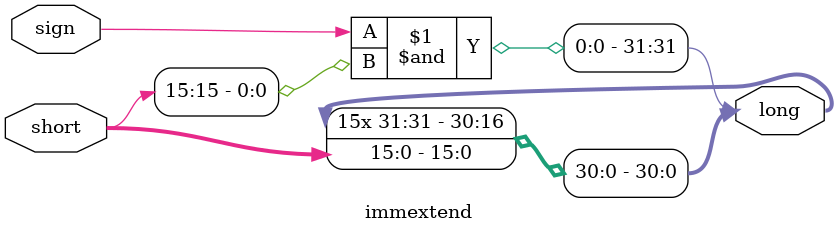
<source format=sv>
`timescale 1ns / 1ps


module immextend(
    input logic [15:0] short,
    input logic sign,
    output logic [31:0] long
    );
    
    assign long = { { 16{sign & short[15]} }, short };
    
endmodule

</source>
